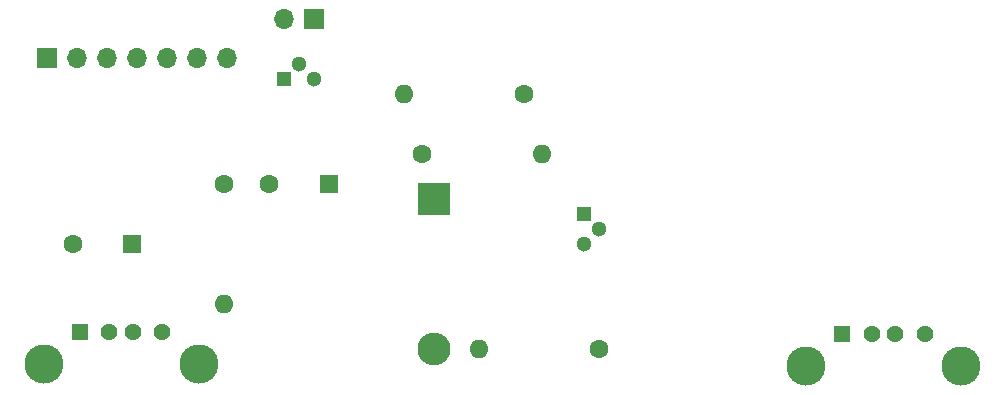
<source format=gbr>
%TF.GenerationSoftware,KiCad,Pcbnew,(6.0.0)*%
%TF.CreationDate,2022-08-29T20:46:27+02:00*%
%TF.ProjectId,AV_MOD_FAMICOM,41565f4d-4f44-45f4-9641-4d49434f4d2e,rev?*%
%TF.SameCoordinates,Original*%
%TF.FileFunction,Soldermask,Top*%
%TF.FilePolarity,Negative*%
%FSLAX46Y46*%
G04 Gerber Fmt 4.6, Leading zero omitted, Abs format (unit mm)*
G04 Created by KiCad (PCBNEW (6.0.0)) date 2022-08-29 20:46:27*
%MOMM*%
%LPD*%
G01*
G04 APERTURE LIST*
%ADD10C,1.600000*%
%ADD11O,1.600000X1.600000*%
%ADD12R,1.700000X1.700000*%
%ADD13O,1.700000X1.700000*%
%ADD14R,1.600000X1.600000*%
%ADD15R,1.428000X1.428000*%
%ADD16C,1.428000*%
%ADD17C,3.316000*%
%ADD18R,2.800000X2.800000*%
%ADD19O,2.800000X2.800000*%
%ADD20R,1.300000X1.300000*%
%ADD21C,1.300000*%
G04 APERTURE END LIST*
D10*
%TO.C,R4*%
X121920000Y-91440000D03*
D11*
X121920000Y-101600000D03*
%TD*%
D12*
%TO.C,J5*%
X106950000Y-80782500D03*
D13*
X109490000Y-80782500D03*
X112030000Y-80782500D03*
X114570000Y-80782500D03*
X117110000Y-80782500D03*
X119650000Y-80782500D03*
X122190000Y-80782500D03*
%TD*%
D14*
%TO.C,C1*%
X130810000Y-91440000D03*
D10*
X125810000Y-91440000D03*
%TD*%
%TO.C,R3*%
X138720000Y-88900000D03*
D11*
X148880000Y-88900000D03*
%TD*%
D15*
%TO.C,J2*%
X174300000Y-104140000D03*
D16*
X176800000Y-104140000D03*
X178800000Y-104140000D03*
X181300000Y-104140000D03*
D17*
X171230000Y-106850000D03*
X184370000Y-106850000D03*
%TD*%
D14*
%TO.C,C2*%
X114162651Y-96520000D03*
D10*
X109162651Y-96520000D03*
%TD*%
D18*
%TO.C,D1*%
X139700000Y-92710000D03*
D19*
X139700000Y-105410000D03*
%TD*%
D10*
%TO.C,R1*%
X153690000Y-105410000D03*
D11*
X143530000Y-105410000D03*
%TD*%
D12*
%TO.C,J3*%
X129540000Y-77470000D03*
D13*
X127000000Y-77470000D03*
%TD*%
D15*
%TO.C,J1*%
X109750000Y-103970000D03*
D16*
X112250000Y-103970000D03*
X114250000Y-103970000D03*
X116750000Y-103970000D03*
D17*
X106680000Y-106680000D03*
X119820000Y-106680000D03*
%TD*%
D20*
%TO.C,Q1*%
X127000000Y-82550000D03*
D21*
X128270000Y-81280000D03*
X129540000Y-82550000D03*
%TD*%
D20*
%TO.C,Q2*%
X152400000Y-93980000D03*
D21*
X153670000Y-95250000D03*
X152400000Y-96520000D03*
%TD*%
D10*
%TO.C,R2*%
X147320000Y-83820000D03*
D11*
X137160000Y-83820000D03*
%TD*%
M02*

</source>
